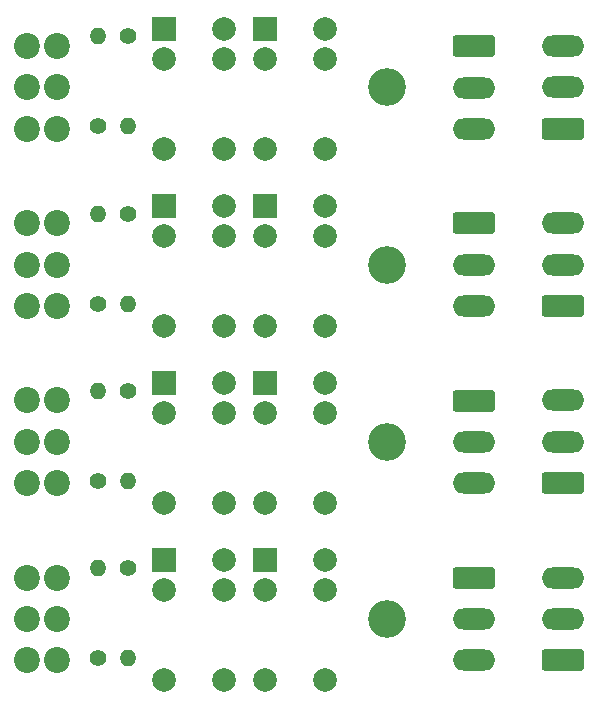
<source format=gbr>
%TF.GenerationSoftware,KiCad,Pcbnew,8.0.5*%
%TF.CreationDate,2025-01-21T13:21:25+01:00*%
%TF.ProjectId,Mk2-relayExtensionTHT,4d6b322d-7265-46c6-9179-457874656e73,rev?*%
%TF.SameCoordinates,Original*%
%TF.FileFunction,Soldermask,Top*%
%TF.FilePolarity,Negative*%
%FSLAX46Y46*%
G04 Gerber Fmt 4.6, Leading zero omitted, Abs format (unit mm)*
G04 Created by KiCad (PCBNEW 8.0.5) date 2025-01-21 13:21:25*
%MOMM*%
%LPD*%
G01*
G04 APERTURE LIST*
G04 Aperture macros list*
%AMRoundRect*
0 Rectangle with rounded corners*
0 $1 Rounding radius*
0 $2 $3 $4 $5 $6 $7 $8 $9 X,Y pos of 4 corners*
0 Add a 4 corners polygon primitive as box body*
4,1,4,$2,$3,$4,$5,$6,$7,$8,$9,$2,$3,0*
0 Add four circle primitives for the rounded corners*
1,1,$1+$1,$2,$3*
1,1,$1+$1,$4,$5*
1,1,$1+$1,$6,$7*
1,1,$1+$1,$8,$9*
0 Add four rect primitives between the rounded corners*
20,1,$1+$1,$2,$3,$4,$5,0*
20,1,$1+$1,$4,$5,$6,$7,0*
20,1,$1+$1,$6,$7,$8,$9,0*
20,1,$1+$1,$8,$9,$2,$3,0*%
G04 Aperture macros list end*
%ADD10C,1.400000*%
%ADD11O,1.400000X1.400000*%
%ADD12C,2.000000*%
%ADD13R,2.000000X2.000000*%
%ADD14RoundRect,0.250000X1.550000X-0.650000X1.550000X0.650000X-1.550000X0.650000X-1.550000X-0.650000X0*%
%ADD15O,3.600000X1.800000*%
%ADD16C,2.200000*%
%ADD17C,3.200000*%
%ADD18RoundRect,0.250000X-1.550000X0.650000X-1.550000X-0.650000X1.550000X-0.650000X1.550000X0.650000X0*%
G04 APERTURE END LIST*
D10*
%TO.C,R502*%
X114500000Y-89690000D03*
D11*
X114500000Y-97310000D03*
%TD*%
D10*
%TO.C,R501*%
X112000000Y-97310000D03*
D11*
X112000000Y-89690000D03*
%TD*%
D10*
%TO.C,R402*%
X114500000Y-74690000D03*
D11*
X114500000Y-82310000D03*
%TD*%
D10*
%TO.C,R401*%
X112000000Y-82310000D03*
D11*
X112000000Y-74690000D03*
%TD*%
D10*
%TO.C,R302*%
X114500000Y-44690000D03*
D11*
X114500000Y-52310000D03*
%TD*%
D10*
%TO.C,R301*%
X112000000Y-52310000D03*
D11*
X112000000Y-44690000D03*
%TD*%
D10*
%TO.C,R202*%
X114500000Y-59690000D03*
D11*
X114500000Y-67310000D03*
%TD*%
D10*
%TO.C,R201*%
X112000000Y-67310000D03*
D11*
X112000000Y-59690000D03*
%TD*%
D12*
%TO.C,K502*%
X131172500Y-89042500D03*
X131172500Y-91582500D03*
X131172500Y-99202500D03*
X126092500Y-99202500D03*
X126092500Y-91582500D03*
D13*
X126092500Y-89042500D03*
%TD*%
D12*
%TO.C,K501*%
X122672500Y-89042500D03*
X122672500Y-91582500D03*
X122672500Y-99202500D03*
X117592500Y-99202500D03*
X117592500Y-91582500D03*
D13*
X117592500Y-89042500D03*
%TD*%
D12*
%TO.C,K402*%
X131172500Y-74042500D03*
X131172500Y-76582500D03*
X131172500Y-84202500D03*
X126092500Y-84202500D03*
X126092500Y-76582500D03*
D13*
X126092500Y-74042500D03*
%TD*%
D12*
%TO.C,K401*%
X122672500Y-74042500D03*
X122672500Y-76582500D03*
X122672500Y-84202500D03*
X117592500Y-84202500D03*
X117592500Y-76582500D03*
D13*
X117592500Y-74042500D03*
%TD*%
D12*
%TO.C,K302*%
X131172500Y-44042500D03*
X131172500Y-46582500D03*
X131172500Y-54202500D03*
X126092500Y-54202500D03*
X126092500Y-46582500D03*
D13*
X126092500Y-44042500D03*
%TD*%
D12*
%TO.C,K301*%
X122672500Y-44042500D03*
X122672500Y-46582500D03*
X122672500Y-54202500D03*
X117592500Y-54202500D03*
X117592500Y-46582500D03*
D13*
X117592500Y-44042500D03*
%TD*%
D12*
%TO.C,K202*%
X131172500Y-59042500D03*
X131172500Y-61582500D03*
X131172500Y-69202500D03*
X126092500Y-69202500D03*
X126092500Y-61582500D03*
D13*
X126092500Y-59042500D03*
%TD*%
D12*
%TO.C,K201*%
X122672500Y-59042500D03*
X122672500Y-61582500D03*
X122672500Y-69202500D03*
X117592500Y-69202500D03*
X117592500Y-61582500D03*
D13*
X117592500Y-59042500D03*
%TD*%
D14*
%TO.C,J11*%
X151357500Y-97500000D03*
D15*
X151357500Y-94000000D03*
X151357500Y-90500000D03*
%TD*%
D16*
%TO.C,J2*%
X108500000Y-52500000D03*
X106000000Y-52500000D03*
X108500000Y-49000000D03*
X106000000Y-49000000D03*
X108500000Y-45500000D03*
X106000000Y-45500000D03*
%TD*%
%TO.C,J7*%
X108500000Y-82500000D03*
X106000000Y-82500000D03*
X108500000Y-79000000D03*
X106000000Y-79000000D03*
X108500000Y-75500000D03*
X106000000Y-75500000D03*
%TD*%
D14*
%TO.C,J4*%
X151357500Y-67500000D03*
D15*
X151357500Y-64000000D03*
X151357500Y-60500000D03*
%TD*%
D17*
%TO.C,REF\u002A\u002A*%
X136500000Y-49000000D03*
%TD*%
D14*
%TO.C,J8*%
X151357500Y-82500000D03*
D15*
X151357500Y-79000000D03*
X151357500Y-75500000D03*
%TD*%
D16*
%TO.C,J10*%
X108500000Y-97500000D03*
X106000000Y-97500000D03*
X108500000Y-94000000D03*
X106000000Y-94000000D03*
X108500000Y-90500000D03*
X106000000Y-90500000D03*
%TD*%
D17*
%TO.C,REF\u002A\u002A*%
X136500000Y-79000000D03*
%TD*%
D16*
%TO.C,J1*%
X108500000Y-67500000D03*
X106000000Y-67500000D03*
X108500000Y-64000000D03*
X106000000Y-64000000D03*
X108500000Y-60500000D03*
X106000000Y-60500000D03*
%TD*%
D17*
%TO.C,REF\u002A\u002A*%
X136500000Y-94000000D03*
%TD*%
D14*
%TO.C,J3*%
X151357500Y-52500000D03*
D15*
X151357500Y-49000000D03*
X151357500Y-45500000D03*
%TD*%
D17*
%TO.C,REF\u002A\u002A*%
X136500000Y-64000000D03*
%TD*%
D18*
%TO.C,J9*%
X143857500Y-75517500D03*
D15*
X143857500Y-79017500D03*
X143857500Y-82517500D03*
%TD*%
D18*
%TO.C,J6*%
X143857500Y-45517500D03*
D15*
X143857500Y-49017500D03*
X143857500Y-52517500D03*
%TD*%
D18*
%TO.C,J12*%
X143857500Y-90517500D03*
D15*
X143857500Y-94017500D03*
X143857500Y-97517500D03*
%TD*%
D18*
%TO.C,J5*%
X143857500Y-60517500D03*
D15*
X143857500Y-64017500D03*
X143857500Y-67517500D03*
%TD*%
M02*

</source>
